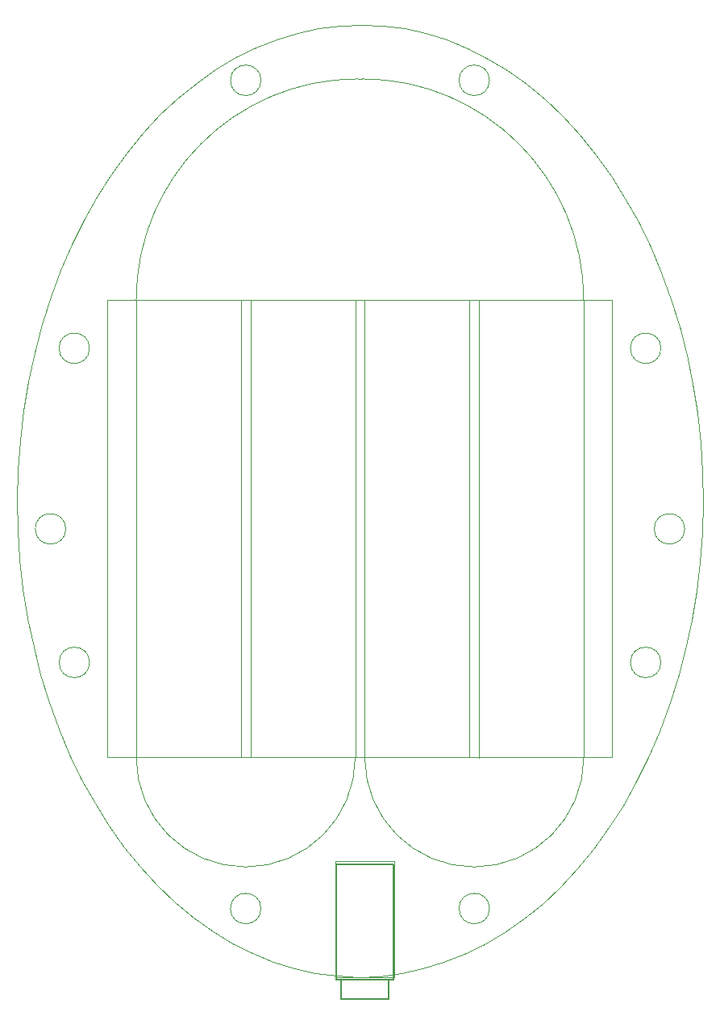
<source format=gm1>
G04*
G04 #@! TF.GenerationSoftware,Altium Limited,Altium Designer,24.2.2 (26)*
G04*
G04 Layer_Color=16711935*
%FSLAX44Y44*%
%MOMM*%
G71*
G04*
G04 #@! TF.SameCoordinates,0453291D-A58D-48AD-B3C1-039DEE30D3E0*
G04*
G04*
G04 #@! TF.FilePolarity,Positive*
G04*
G01*
G75*
%ADD19C,0.0127*%
%ADD20C,0.1270*%
D19*
X1261027Y956367D02*
G03*
X1028527Y1188867I-232500J0D01*
G01*
X1023527D02*
G03*
X791027Y956367I0J-232500D01*
G01*
X1146027Y361367D02*
G03*
X1261027Y476367I-0J115000D01*
G01*
X1031027D02*
G03*
X1146027Y361367I115000J-0D01*
G01*
X922027Y317698D02*
G03*
X922027Y317698I-16000J0D01*
G01*
X717027Y716382D02*
G03*
X717027Y716382I-16000J0D01*
G01*
X742027Y576177D02*
G03*
X742027Y576177I-16000J0D01*
G01*
X1162027Y317698D02*
G03*
X1162027Y317698I-16000J0D01*
G01*
X1342027Y576177D02*
G03*
X1342027Y576177I-16000J0D01*
G01*
X922025Y1187405D02*
G03*
X922025Y1187405I-16000J0D01*
G01*
X906027Y361367D02*
G03*
X1021027Y476367I-0J115000D01*
G01*
X791027D02*
G03*
X906027Y361367I115000J-0D01*
G01*
X1162027Y1187405D02*
G03*
X1162027Y1187405I-16000J0D01*
G01*
X1367027Y716382D02*
G03*
X1367027Y716382I-16000J0D01*
G01*
X1342027Y906025D02*
G03*
X1342027Y906025I-16000J0D01*
G01*
X742027D02*
G03*
X742027Y906025I-16000J0D01*
G01*
X1024331Y245875D02*
X1046938Y246782D01*
X1069464Y249660D01*
X1091818Y254495D01*
X1113913Y261270D01*
X1135662Y269957D01*
X1156977Y280523D01*
X1177777Y292925D01*
X1197977Y307114D01*
X1217499Y323036D01*
X1236266Y340625D01*
X1254203Y359815D01*
X1271240Y380527D01*
X1287310Y402682D01*
X1302348Y426191D01*
X1316296Y450962D01*
X1329099Y476897D01*
X1340706Y503893D01*
X1351071Y531844D01*
X1360154Y560639D01*
X1367918Y590166D01*
X1374333Y620308D01*
X1379373Y650944D01*
X1383020Y681956D01*
X1385258Y713220D01*
X1386078Y744612D01*
X1385477Y776010D02*
X1386078Y744612D01*
X1383458Y807288D02*
X1385477Y776010D01*
X1380029Y838325D02*
X1383458Y807288D01*
X1375203Y868996D02*
X1380029Y838325D01*
X1368999Y899181D02*
X1375203Y868996D01*
X1361441Y928762D02*
X1368999Y899181D01*
X1352561Y957620D02*
X1361441Y928762D01*
X1342391Y985643D02*
X1352561Y957620D01*
X1330974Y1012720D02*
X1342391Y985643D01*
X1318353Y1038744D02*
X1330974Y1012720D01*
X1304578Y1063611D02*
X1318353Y1038744D01*
X1289705Y1087225D02*
X1304578Y1063611D01*
X1273791Y1109492D02*
X1289705Y1087225D01*
X1256899Y1130323D02*
X1273791Y1109492D01*
X1239097Y1149638D02*
X1256899Y1130323D01*
X1220454Y1167358D02*
X1239097Y1149638D01*
X1201043Y1183416D02*
X1220454Y1167358D01*
X1180943Y1197746D02*
X1201043Y1183416D01*
X1160231Y1210294D02*
X1180943Y1197746D01*
X1138989Y1221008D02*
X1160231Y1210294D01*
X1117302Y1229847D02*
X1138989Y1221008D01*
X1095255Y1236776D02*
X1117302Y1229847D01*
X1072935Y1241768D02*
X1095255Y1236776D01*
X1050430Y1244803D02*
X1072935Y1241768D01*
X1027829Y1245869D02*
X1050430Y1244803D01*
X1005221Y1244961D02*
X1027829Y1245869D01*
X982696Y1242084D02*
X1005221Y1244961D01*
X960342Y1237249D02*
X982696Y1242084D01*
X938247Y1230474D02*
X960342Y1237249D01*
X916498Y1221786D02*
X938247Y1230474D01*
X895183Y1211221D02*
X916498Y1221786D01*
X874383Y1198819D02*
X895183Y1211221D01*
X854183Y1184629D02*
X874383Y1198819D01*
X834661Y1168708D02*
X854183Y1184629D01*
X815894Y1151118D02*
X834661Y1168708D01*
X797957Y1131929D02*
X815894Y1151118D01*
X780920Y1111216D02*
X797957Y1131929D01*
X764850Y1089062D02*
X780920Y1111216D01*
X749812Y1065552D02*
X764850Y1089062D01*
X735864Y1040782D02*
X749812Y1065552D01*
X723061Y1014847D02*
X735864Y1040782D01*
X711454Y987851D02*
X723061Y1014847D01*
X701089Y959900D02*
X711454Y987851D01*
X692007Y931104D02*
X701089Y959900D01*
X684242Y901577D02*
X692007Y931104D01*
X677827Y871436D02*
X684242Y901577D01*
X672787Y840799D02*
X677827Y871436D01*
X669140Y809788D02*
X672787Y840799D01*
X666902Y778524D02*
X669140Y809788D01*
X666082Y747131D02*
X666902Y778524D01*
X666082Y747131D02*
X666683Y715734D01*
X668702Y684455D01*
X672131Y653419D01*
X676957Y622748D01*
X683161Y592562D01*
X690719Y562982D01*
X699599Y534123D01*
X709769Y506100D01*
X721186Y479024D01*
X733807Y453000D01*
X747582Y428132D01*
X762455Y404519D01*
X778369Y382252D01*
X795261Y361420D01*
X813063Y342106D01*
X831706Y324385D01*
X851117Y308328D01*
X871217Y293997D01*
X891929Y281450D01*
X913171Y270736D01*
X934858Y261896D01*
X956905Y254967D01*
X979225Y249975D01*
X1001730Y246941D01*
X1024331Y245875D01*
X761027Y956367D02*
X1291027D01*
Y476367D02*
Y956367D01*
X761027Y476367D02*
X1291027D01*
X761027D02*
Y956367D01*
X791027D02*
X901027D01*
Y476367D02*
Y956367D01*
X791027Y476367D02*
X901027D01*
X791027D02*
Y956367D01*
X911027D02*
X1021027D01*
Y476367D02*
Y956367D01*
X911027Y476367D02*
X1021027D01*
X911027D02*
Y956367D01*
X1031027D02*
X1141027D01*
Y476367D02*
Y956367D01*
X1031027Y476367D02*
X1141027D01*
X1031027D02*
Y956367D01*
X1151027D02*
X1261027D01*
Y476367D02*
Y956367D01*
X1151027Y476367D02*
X1261027D01*
X1151027D02*
Y956367D01*
X791027D02*
X1261027D01*
X791027Y476367D02*
X1021027D01*
X1031027D02*
X1261027D01*
X1000080Y367247D02*
X1062080D01*
Y245247D02*
Y367247D01*
X1000080Y245247D02*
X1062080D01*
X1000080D02*
Y367247D01*
X1151080Y476270D02*
Y956270D01*
X1023527Y1188867D02*
X1028527D01*
D20*
X1061100Y242700D02*
Y363700D01*
X1001103D02*
X1061100D01*
X1001103Y242700D02*
Y363700D01*
X1006100Y222700D02*
Y242700D01*
X1001103D02*
X1061100D01*
X1056100Y222700D02*
Y242700D01*
X1006100Y222700D02*
X1056100D01*
M02*

</source>
